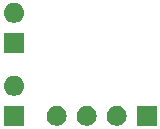
<source format=gbr>
%TF.GenerationSoftware,KiCad,Pcbnew,8.0.4*%
%TF.CreationDate,2024-09-13T17:57:47-07:00*%
%TF.ProjectId,rf-frontend-test,72662d66-726f-46e7-9465-6e642d746573,rev?*%
%TF.SameCoordinates,Original*%
%TF.FileFunction,Soldermask,Bot*%
%TF.FilePolarity,Negative*%
%FSLAX46Y46*%
G04 Gerber Fmt 4.6, Leading zero omitted, Abs format (unit mm)*
G04 Created by KiCad (PCBNEW 8.0.4) date 2024-09-13 17:57:47*
%MOMM*%
%LPD*%
G01*
G04 APERTURE LIST*
G04 APERTURE END LIST*
G36*
X113130000Y-71295000D02*
G01*
X111430000Y-71295000D01*
X111430000Y-69595000D01*
X113130000Y-69595000D01*
X113130000Y-71295000D01*
G37*
G36*
X124370000Y-71290000D02*
G01*
X122670000Y-71290000D01*
X122670000Y-69590000D01*
X124370000Y-69590000D01*
X124370000Y-71290000D01*
G37*
G36*
X116162664Y-69631602D02*
G01*
X116325000Y-69703878D01*
X116468761Y-69808327D01*
X116587664Y-69940383D01*
X116676514Y-70094274D01*
X116731425Y-70263275D01*
X116750000Y-70440000D01*
X116731425Y-70616725D01*
X116676514Y-70785726D01*
X116587664Y-70939617D01*
X116468761Y-71071673D01*
X116325000Y-71176122D01*
X116162664Y-71248398D01*
X115988849Y-71285344D01*
X115811151Y-71285344D01*
X115637336Y-71248398D01*
X115475000Y-71176122D01*
X115331239Y-71071673D01*
X115212336Y-70939617D01*
X115123486Y-70785726D01*
X115068575Y-70616725D01*
X115050000Y-70440000D01*
X115068575Y-70263275D01*
X115123486Y-70094274D01*
X115212336Y-69940383D01*
X115331239Y-69808327D01*
X115475000Y-69703878D01*
X115637336Y-69631602D01*
X115811151Y-69594656D01*
X115988849Y-69594656D01*
X116162664Y-69631602D01*
G37*
G36*
X118702664Y-69631602D02*
G01*
X118865000Y-69703878D01*
X119008761Y-69808327D01*
X119127664Y-69940383D01*
X119216514Y-70094274D01*
X119271425Y-70263275D01*
X119290000Y-70440000D01*
X119271425Y-70616725D01*
X119216514Y-70785726D01*
X119127664Y-70939617D01*
X119008761Y-71071673D01*
X118865000Y-71176122D01*
X118702664Y-71248398D01*
X118528849Y-71285344D01*
X118351151Y-71285344D01*
X118177336Y-71248398D01*
X118015000Y-71176122D01*
X117871239Y-71071673D01*
X117752336Y-70939617D01*
X117663486Y-70785726D01*
X117608575Y-70616725D01*
X117590000Y-70440000D01*
X117608575Y-70263275D01*
X117663486Y-70094274D01*
X117752336Y-69940383D01*
X117871239Y-69808327D01*
X118015000Y-69703878D01*
X118177336Y-69631602D01*
X118351151Y-69594656D01*
X118528849Y-69594656D01*
X118702664Y-69631602D01*
G37*
G36*
X121242664Y-69631602D02*
G01*
X121405000Y-69703878D01*
X121548761Y-69808327D01*
X121667664Y-69940383D01*
X121756514Y-70094274D01*
X121811425Y-70263275D01*
X121830000Y-70440000D01*
X121811425Y-70616725D01*
X121756514Y-70785726D01*
X121667664Y-70939617D01*
X121548761Y-71071673D01*
X121405000Y-71176122D01*
X121242664Y-71248398D01*
X121068849Y-71285344D01*
X120891151Y-71285344D01*
X120717336Y-71248398D01*
X120555000Y-71176122D01*
X120411239Y-71071673D01*
X120292336Y-70939617D01*
X120203486Y-70785726D01*
X120148575Y-70616725D01*
X120130000Y-70440000D01*
X120148575Y-70263275D01*
X120203486Y-70094274D01*
X120292336Y-69940383D01*
X120411239Y-69808327D01*
X120555000Y-69703878D01*
X120717336Y-69631602D01*
X120891151Y-69594656D01*
X121068849Y-69594656D01*
X121242664Y-69631602D01*
G37*
G36*
X112542664Y-67096602D02*
G01*
X112705000Y-67168878D01*
X112848761Y-67273327D01*
X112967664Y-67405383D01*
X113056514Y-67559274D01*
X113111425Y-67728275D01*
X113130000Y-67905000D01*
X113111425Y-68081725D01*
X113056514Y-68250726D01*
X112967664Y-68404617D01*
X112848761Y-68536673D01*
X112705000Y-68641122D01*
X112542664Y-68713398D01*
X112368849Y-68750344D01*
X112191151Y-68750344D01*
X112017336Y-68713398D01*
X111855000Y-68641122D01*
X111711239Y-68536673D01*
X111592336Y-68404617D01*
X111503486Y-68250726D01*
X111448575Y-68081725D01*
X111430000Y-67905000D01*
X111448575Y-67728275D01*
X111503486Y-67559274D01*
X111592336Y-67405383D01*
X111711239Y-67273327D01*
X111855000Y-67168878D01*
X112017336Y-67096602D01*
X112191151Y-67059656D01*
X112368849Y-67059656D01*
X112542664Y-67096602D01*
G37*
G36*
X113140000Y-65115000D02*
G01*
X111440000Y-65115000D01*
X111440000Y-63415000D01*
X113140000Y-63415000D01*
X113140000Y-65115000D01*
G37*
G36*
X112552664Y-60916602D02*
G01*
X112715000Y-60988878D01*
X112858761Y-61093327D01*
X112977664Y-61225383D01*
X113066514Y-61379274D01*
X113121425Y-61548275D01*
X113140000Y-61725000D01*
X113121425Y-61901725D01*
X113066514Y-62070726D01*
X112977664Y-62224617D01*
X112858761Y-62356673D01*
X112715000Y-62461122D01*
X112552664Y-62533398D01*
X112378849Y-62570344D01*
X112201151Y-62570344D01*
X112027336Y-62533398D01*
X111865000Y-62461122D01*
X111721239Y-62356673D01*
X111602336Y-62224617D01*
X111513486Y-62070726D01*
X111458575Y-61901725D01*
X111440000Y-61725000D01*
X111458575Y-61548275D01*
X111513486Y-61379274D01*
X111602336Y-61225383D01*
X111721239Y-61093327D01*
X111865000Y-60988878D01*
X112027336Y-60916602D01*
X112201151Y-60879656D01*
X112378849Y-60879656D01*
X112552664Y-60916602D01*
G37*
M02*

</source>
